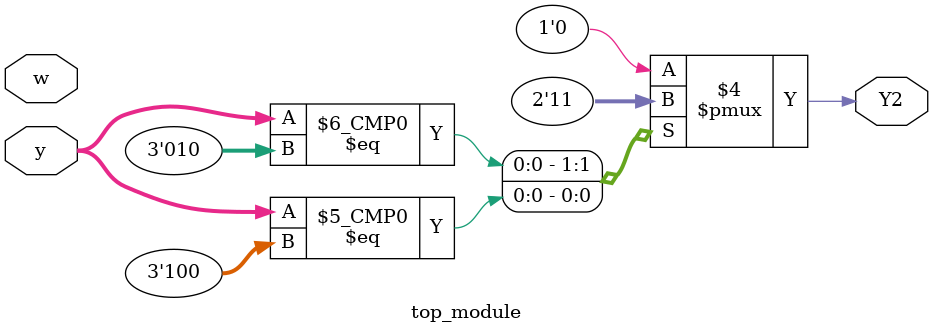
<source format=sv>
module top_module(
	input [3:1] y,
	input w,
	output reg Y2);

	always @(*) begin
		case (y)
			3'b000: Y2 = 1'b0;
			3'b001: Y2 = 1'b0;
			3'b010: Y2 = 1'b1;
			3'b011: Y2 = 1'b0;
			3'b100: Y2 = 1'b1;
			3'b101: Y2 = 1'b0;
			default: Y2 = 1'b0;
		endcase
	end

endmodule

</source>
